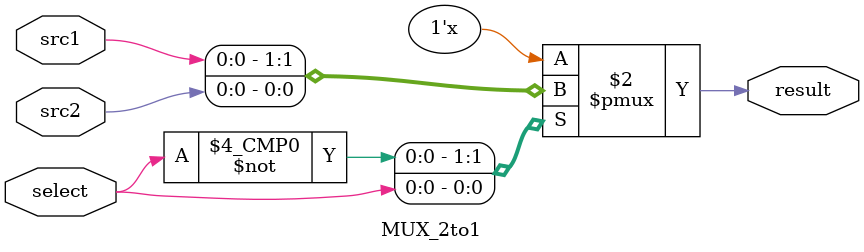
<source format=v>
`timescale 1ns/1ps

module MUX_2to1(
	input      src1,
	input      src2,
	input	   select,
	output reg result
	);

/* Write down your code HERE */
always @* 
begin
    case (select)
        1'b0: result = src1;
        1'b1: result = src2;
    endcase
end

endmodule
</source>
